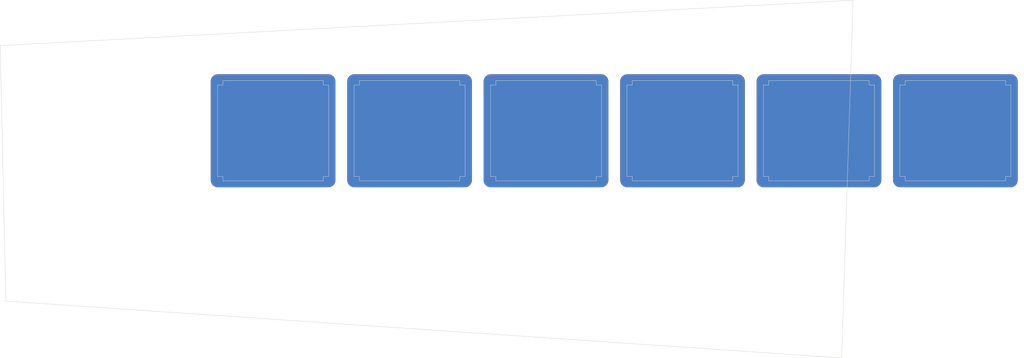
<source format=kicad_pcb>
(kicad_pcb (version 20171130) (host pcbnew "(5.1.4-0)")

  (general
    (thickness 1.6)
    (drawings 4)
    (tracks 0)
    (zones 0)
    (modules 6)
    (nets 1)
  )

  (page A4)
  (layers
    (0 F.Cu signal)
    (31 B.Cu signal)
    (32 B.Adhes user)
    (33 F.Adhes user)
    (34 B.Paste user)
    (35 F.Paste user)
    (36 B.SilkS user)
    (37 F.SilkS user)
    (38 B.Mask user)
    (39 F.Mask user)
    (40 Dwgs.User user)
    (41 Cmts.User user)
    (42 Eco1.User user)
    (43 Eco2.User user)
    (44 Edge.Cuts user)
    (45 Margin user)
    (46 B.CrtYd user)
    (47 F.CrtYd user)
    (48 B.Fab user)
    (49 F.Fab user)
  )

  (setup
    (last_trace_width 0.25)
    (trace_clearance 0.2)
    (zone_clearance 0.508)
    (zone_45_only no)
    (trace_min 0.2)
    (via_size 0.8)
    (via_drill 0.4)
    (via_min_size 0.4)
    (via_min_drill 0.3)
    (uvia_size 0.3)
    (uvia_drill 0.1)
    (uvias_allowed no)
    (uvia_min_size 0.2)
    (uvia_min_drill 0.1)
    (edge_width 0.05)
    (segment_width 0.2)
    (pcb_text_width 0.3)
    (pcb_text_size 1.5 1.5)
    (mod_edge_width 0.12)
    (mod_text_size 1 1)
    (mod_text_width 0.15)
    (pad_size 1.524 1.524)
    (pad_drill 0.762)
    (pad_to_mask_clearance 0.051)
    (solder_mask_min_width 0.25)
    (aux_axis_origin 0 0)
    (visible_elements FFFFFF7F)
    (pcbplotparams
      (layerselection 0x010fc_ffffffff)
      (usegerberextensions false)
      (usegerberattributes false)
      (usegerberadvancedattributes false)
      (creategerberjobfile false)
      (excludeedgelayer true)
      (linewidth 0.100000)
      (plotframeref false)
      (viasonmask false)
      (mode 1)
      (useauxorigin false)
      (hpglpennumber 1)
      (hpglpenspeed 20)
      (hpglpendiameter 15.000000)
      (psnegative false)
      (psa4output false)
      (plotreference true)
      (plotvalue true)
      (plotinvisibletext false)
      (padsonsilk false)
      (subtractmaskfromsilk false)
      (outputformat 1)
      (mirror false)
      (drillshape 0)
      (scaleselection 1)
      (outputdirectory ""))
  )

  (net 0 "")

  (net_class Default "This is the default net class."
    (clearance 0.2)
    (trace_width 0.25)
    (via_dia 0.8)
    (via_drill 0.4)
    (uvia_dia 0.3)
    (uvia_drill 0.1)
  )

  (module Keybage_MX_Cutout:MX-Alps_Cutout_1u (layer B.Cu) (tedit 5DDE95BA) (tstamp 5FA85384)
    (at 263.525 88.9)
    (fp_text reference REF** (at 0.25 -10.05) (layer Eco2.User) hide
      (effects (font (size 1 1) (thickness 0.15)))
    )
    (fp_text value MX-Alps_Cutout_1u (at 0 15.24) (layer B.Fab) hide
      (effects (font (size 1 1) (thickness 0.15)) (justify mirror))
    )
    (fp_line (start 7 -6.4) (end 7 -7) (layer Edge.Cuts) (width 0.05))
    (fp_line (start 7.75 -6.4) (end 7 -6.4) (layer Edge.Cuts) (width 0.05))
    (fp_line (start -7 -6.4) (end -7.75 -6.4) (layer Edge.Cuts) (width 0.05))
    (fp_line (start -7 -7) (end -7 -6.4) (layer Edge.Cuts) (width 0.05))
    (fp_line (start 7 6.4) (end 7.75 6.4) (layer Edge.Cuts) (width 0.05))
    (fp_line (start 7 7) (end 7 6.4) (layer Edge.Cuts) (width 0.05))
    (fp_line (start -7 6.4) (end -7 7) (layer Edge.Cuts) (width 0.05))
    (fp_line (start -7.75 6.4) (end -7 6.4) (layer Edge.Cuts) (width 0.05))
    (fp_line (start -7.75 6.4) (end -7.75 -6.4) (layer Edge.Cuts) (width 0.05))
    (fp_line (start 7.75 6.4) (end 7.75 -6.4) (layer Edge.Cuts) (width 0.05))
    (fp_line (start -7 -7) (end 7 -7) (layer Edge.Cuts) (width 0.05))
    (fp_line (start -7 7) (end 7 7) (layer Edge.Cuts) (width 0.05))
    (fp_line (start -9.525 9.525) (end 9.525 9.525) (layer Dwgs.User) (width 0.15))
    (fp_line (start -9.525 -9.525) (end -9.525 9.525) (layer Dwgs.User) (width 0.15))
    (fp_line (start 9.525 -9.525) (end -9.525 -9.525) (layer Dwgs.User) (width 0.15))
    (fp_line (start 9.525 9.525) (end 9.525 -9.525) (layer Dwgs.User) (width 0.15))
    (pad 1 smd roundrect (at 0 0 180) (size 17.4 15.8) (layers F.Cu F.Mask) (roundrect_rratio 0.063))
    (pad 1 smd roundrect (at 0 0 180) (size 17.4 15.8) (layers B.Cu B.Mask) (roundrect_rratio 0.063))
  )

  (module Keybage_MX_Cutout:MX-Alps_Cutout_1u (layer B.Cu) (tedit 5DDE95BA) (tstamp 5FA8536F)
    (at 225.425 88.9)
    (fp_text reference REF** (at 0.25 -10.05) (layer Eco2.User) hide
      (effects (font (size 1 1) (thickness 0.15)))
    )
    (fp_text value MX-Alps_Cutout_1u (at 0 15.24) (layer B.Fab) hide
      (effects (font (size 1 1) (thickness 0.15)) (justify mirror))
    )
    (fp_line (start 9.525 9.525) (end 9.525 -9.525) (layer Dwgs.User) (width 0.15))
    (fp_line (start 9.525 -9.525) (end -9.525 -9.525) (layer Dwgs.User) (width 0.15))
    (fp_line (start -9.525 -9.525) (end -9.525 9.525) (layer Dwgs.User) (width 0.15))
    (fp_line (start -9.525 9.525) (end 9.525 9.525) (layer Dwgs.User) (width 0.15))
    (fp_line (start -7 7) (end 7 7) (layer Edge.Cuts) (width 0.05))
    (fp_line (start -7 -7) (end 7 -7) (layer Edge.Cuts) (width 0.05))
    (fp_line (start 7.75 6.4) (end 7.75 -6.4) (layer Edge.Cuts) (width 0.05))
    (fp_line (start -7.75 6.4) (end -7.75 -6.4) (layer Edge.Cuts) (width 0.05))
    (fp_line (start -7.75 6.4) (end -7 6.4) (layer Edge.Cuts) (width 0.05))
    (fp_line (start -7 6.4) (end -7 7) (layer Edge.Cuts) (width 0.05))
    (fp_line (start 7 7) (end 7 6.4) (layer Edge.Cuts) (width 0.05))
    (fp_line (start 7 6.4) (end 7.75 6.4) (layer Edge.Cuts) (width 0.05))
    (fp_line (start -7 -7) (end -7 -6.4) (layer Edge.Cuts) (width 0.05))
    (fp_line (start -7 -6.4) (end -7.75 -6.4) (layer Edge.Cuts) (width 0.05))
    (fp_line (start 7.75 -6.4) (end 7 -6.4) (layer Edge.Cuts) (width 0.05))
    (fp_line (start 7 -6.4) (end 7 -7) (layer Edge.Cuts) (width 0.05))
    (pad 1 smd roundrect (at 0 0 180) (size 17.4 15.8) (layers B.Cu B.Mask) (roundrect_rratio 0.063))
    (pad 1 smd roundrect (at 0 0 180) (size 17.4 15.8) (layers F.Cu F.Mask) (roundrect_rratio 0.063))
  )

  (module Keybage_MX_Cutout:MX-Alps_Cutout_1u (layer B.Cu) (tedit 5DDE95BA) (tstamp 5FA8535A)
    (at 244.475 88.9)
    (fp_text reference REF** (at 0.25 -10.05) (layer Eco2.User) hide
      (effects (font (size 1 1) (thickness 0.15)))
    )
    (fp_text value MX-Alps_Cutout_1u (at 0 15.24) (layer B.Fab) hide
      (effects (font (size 1 1) (thickness 0.15)) (justify mirror))
    )
    (fp_line (start 7 -6.4) (end 7 -7) (layer Edge.Cuts) (width 0.05))
    (fp_line (start 7.75 -6.4) (end 7 -6.4) (layer Edge.Cuts) (width 0.05))
    (fp_line (start -7 -6.4) (end -7.75 -6.4) (layer Edge.Cuts) (width 0.05))
    (fp_line (start -7 -7) (end -7 -6.4) (layer Edge.Cuts) (width 0.05))
    (fp_line (start 7 6.4) (end 7.75 6.4) (layer Edge.Cuts) (width 0.05))
    (fp_line (start 7 7) (end 7 6.4) (layer Edge.Cuts) (width 0.05))
    (fp_line (start -7 6.4) (end -7 7) (layer Edge.Cuts) (width 0.05))
    (fp_line (start -7.75 6.4) (end -7 6.4) (layer Edge.Cuts) (width 0.05))
    (fp_line (start -7.75 6.4) (end -7.75 -6.4) (layer Edge.Cuts) (width 0.05))
    (fp_line (start 7.75 6.4) (end 7.75 -6.4) (layer Edge.Cuts) (width 0.05))
    (fp_line (start -7 -7) (end 7 -7) (layer Edge.Cuts) (width 0.05))
    (fp_line (start -7 7) (end 7 7) (layer Edge.Cuts) (width 0.05))
    (fp_line (start -9.525 9.525) (end 9.525 9.525) (layer Dwgs.User) (width 0.15))
    (fp_line (start -9.525 -9.525) (end -9.525 9.525) (layer Dwgs.User) (width 0.15))
    (fp_line (start 9.525 -9.525) (end -9.525 -9.525) (layer Dwgs.User) (width 0.15))
    (fp_line (start 9.525 9.525) (end 9.525 -9.525) (layer Dwgs.User) (width 0.15))
    (pad 1 smd roundrect (at 0 0 180) (size 17.4 15.8) (layers F.Cu F.Mask) (roundrect_rratio 0.063))
    (pad 1 smd roundrect (at 0 0 180) (size 17.4 15.8) (layers B.Cu B.Mask) (roundrect_rratio 0.063))
  )

  (module Keybage_MX_Cutout:MX-Alps_Cutout_1u (layer B.Cu) (tedit 5DDE95BA) (tstamp 5FA82BC2)
    (at 206.375 88.9)
    (fp_text reference REF** (at 0.25 -10.05) (layer Eco2.User) hide
      (effects (font (size 1 1) (thickness 0.15)))
    )
    (fp_text value MX-Alps_Cutout_1u (at 0 15.24) (layer B.Fab) hide
      (effects (font (size 1 1) (thickness 0.15)) (justify mirror))
    )
    (fp_line (start 9.525 9.525) (end 9.525 -9.525) (layer Dwgs.User) (width 0.15))
    (fp_line (start 9.525 -9.525) (end -9.525 -9.525) (layer Dwgs.User) (width 0.15))
    (fp_line (start -9.525 -9.525) (end -9.525 9.525) (layer Dwgs.User) (width 0.15))
    (fp_line (start -9.525 9.525) (end 9.525 9.525) (layer Dwgs.User) (width 0.15))
    (fp_line (start -7 7) (end 7 7) (layer Edge.Cuts) (width 0.05))
    (fp_line (start -7 -7) (end 7 -7) (layer Edge.Cuts) (width 0.05))
    (fp_line (start 7.75 6.4) (end 7.75 -6.4) (layer Edge.Cuts) (width 0.05))
    (fp_line (start -7.75 6.4) (end -7.75 -6.4) (layer Edge.Cuts) (width 0.05))
    (fp_line (start -7.75 6.4) (end -7 6.4) (layer Edge.Cuts) (width 0.05))
    (fp_line (start -7 6.4) (end -7 7) (layer Edge.Cuts) (width 0.05))
    (fp_line (start 7 7) (end 7 6.4) (layer Edge.Cuts) (width 0.05))
    (fp_line (start 7 6.4) (end 7.75 6.4) (layer Edge.Cuts) (width 0.05))
    (fp_line (start -7 -7) (end -7 -6.4) (layer Edge.Cuts) (width 0.05))
    (fp_line (start -7 -6.4) (end -7.75 -6.4) (layer Edge.Cuts) (width 0.05))
    (fp_line (start 7.75 -6.4) (end 7 -6.4) (layer Edge.Cuts) (width 0.05))
    (fp_line (start 7 -6.4) (end 7 -7) (layer Edge.Cuts) (width 0.05))
    (pad 1 smd roundrect (at 0 0 180) (size 17.4 15.8) (layers B.Cu B.Mask) (roundrect_rratio 0.063))
    (pad 1 smd roundrect (at 0 0 180) (size 17.4 15.8) (layers F.Cu F.Mask) (roundrect_rratio 0.063))
  )

  (module Keybage_MX_Cutout:MX-Alps_Cutout_1u (layer B.Cu) (tedit 5DDE95BA) (tstamp 5FA82BC2)
    (at 187.325 88.9)
    (fp_text reference REF** (at 0.25 -10.05) (layer Eco2.User) hide
      (effects (font (size 1 1) (thickness 0.15)))
    )
    (fp_text value MX-Alps_Cutout_1u (at 0 15.24) (layer B.Fab) hide
      (effects (font (size 1 1) (thickness 0.15)) (justify mirror))
    )
    (fp_line (start 9.525 9.525) (end 9.525 -9.525) (layer Dwgs.User) (width 0.15))
    (fp_line (start 9.525 -9.525) (end -9.525 -9.525) (layer Dwgs.User) (width 0.15))
    (fp_line (start -9.525 -9.525) (end -9.525 9.525) (layer Dwgs.User) (width 0.15))
    (fp_line (start -9.525 9.525) (end 9.525 9.525) (layer Dwgs.User) (width 0.15))
    (fp_line (start -7 7) (end 7 7) (layer Edge.Cuts) (width 0.05))
    (fp_line (start -7 -7) (end 7 -7) (layer Edge.Cuts) (width 0.05))
    (fp_line (start 7.75 6.4) (end 7.75 -6.4) (layer Edge.Cuts) (width 0.05))
    (fp_line (start -7.75 6.4) (end -7.75 -6.4) (layer Edge.Cuts) (width 0.05))
    (fp_line (start -7.75 6.4) (end -7 6.4) (layer Edge.Cuts) (width 0.05))
    (fp_line (start -7 6.4) (end -7 7) (layer Edge.Cuts) (width 0.05))
    (fp_line (start 7 7) (end 7 6.4) (layer Edge.Cuts) (width 0.05))
    (fp_line (start 7 6.4) (end 7.75 6.4) (layer Edge.Cuts) (width 0.05))
    (fp_line (start -7 -7) (end -7 -6.4) (layer Edge.Cuts) (width 0.05))
    (fp_line (start -7 -6.4) (end -7.75 -6.4) (layer Edge.Cuts) (width 0.05))
    (fp_line (start 7.75 -6.4) (end 7 -6.4) (layer Edge.Cuts) (width 0.05))
    (fp_line (start 7 -6.4) (end 7 -7) (layer Edge.Cuts) (width 0.05))
    (pad 1 smd roundrect (at 0 0 180) (size 17.4 15.8) (layers B.Cu B.Mask) (roundrect_rratio 0.063))
    (pad 1 smd roundrect (at 0 0 180) (size 17.4 15.8) (layers F.Cu F.Mask) (roundrect_rratio 0.063))
  )

  (module Keybage_MX_Cutout:MX-Alps_Cutout_1u (layer B.Cu) (tedit 5DDE95BA) (tstamp 5FA84E64)
    (at 168.275 88.9)
    (fp_text reference REF** (at 0.25 -10.05) (layer Eco2.User) hide
      (effects (font (size 1 1) (thickness 0.15)))
    )
    (fp_text value MX-Alps_Cutout_1u (at 0 15.24) (layer B.Fab) hide
      (effects (font (size 1 1) (thickness 0.15)) (justify mirror))
    )
    (fp_line (start 7 -6.4) (end 7 -7) (layer Edge.Cuts) (width 0.05))
    (fp_line (start 7.75 -6.4) (end 7 -6.4) (layer Edge.Cuts) (width 0.05))
    (fp_line (start -7 -6.4) (end -7.75 -6.4) (layer Edge.Cuts) (width 0.05))
    (fp_line (start -7 -7) (end -7 -6.4) (layer Edge.Cuts) (width 0.05))
    (fp_line (start 7 6.4) (end 7.75 6.4) (layer Edge.Cuts) (width 0.05))
    (fp_line (start 7 7) (end 7 6.4) (layer Edge.Cuts) (width 0.05))
    (fp_line (start -7 6.4) (end -7 7) (layer Edge.Cuts) (width 0.05))
    (fp_line (start -7.75 6.4) (end -7 6.4) (layer Edge.Cuts) (width 0.05))
    (fp_line (start -7.75 6.4) (end -7.75 -6.4) (layer Edge.Cuts) (width 0.05))
    (fp_line (start 7.75 6.4) (end 7.75 -6.4) (layer Edge.Cuts) (width 0.05))
    (fp_line (start -7 -7) (end 7 -7) (layer Edge.Cuts) (width 0.05))
    (fp_line (start -7 7) (end 7 7) (layer Edge.Cuts) (width 0.05))
    (fp_line (start -9.525 9.525) (end 9.525 9.525) (layer Dwgs.User) (width 0.15))
    (fp_line (start -9.525 -9.525) (end -9.525 9.525) (layer Dwgs.User) (width 0.15))
    (fp_line (start 9.525 -9.525) (end -9.525 -9.525) (layer Dwgs.User) (width 0.15))
    (fp_line (start 9.525 9.525) (end 9.525 -9.525) (layer Dwgs.User) (width 0.15))
    (pad 1 smd roundrect (at 0 0 180) (size 17.4 15.8) (layers F.Cu F.Mask) (roundrect_rratio 0.063))
    (pad 1 smd roundrect (at 0 0 180) (size 17.4 15.8) (layers B.Cu B.Mask) (roundrect_rratio 0.063))
  )

  (gr_line (start 130.96875 112.7125) (end 130.175 76.99375) (layer Edge.Cuts) (width 0.05) (tstamp 5FA84E9F))
  (gr_line (start 247.65 120.65) (end 130.96875 112.7125) (layer Edge.Cuts) (width 0.05))
  (gr_line (start 249.2375 70.64375) (end 247.65 120.65) (layer Edge.Cuts) (width 0.05))
  (gr_line (start 130.175 76.99375) (end 249.2375 70.64375) (layer Edge.Cuts) (width 0.05))

)

</source>
